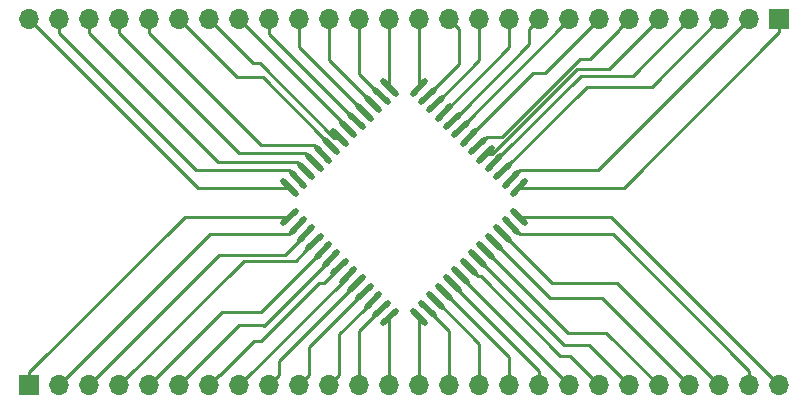
<source format=gbr>
G04 #@! TF.GenerationSoftware,KiCad,Pcbnew,(5.0.1)-4*
G04 #@! TF.CreationDate,2018-12-09T17:15:49-08:00*
G04 #@! TF.ProjectId,ht1632c-to-dip,687431363332632D746F2D6469702E6B,rev?*
G04 #@! TF.SameCoordinates,Original*
G04 #@! TF.FileFunction,Copper,L1,Top,Signal*
G04 #@! TF.FilePolarity,Positive*
%FSLAX46Y46*%
G04 Gerber Fmt 4.6, Leading zero omitted, Abs format (unit mm)*
G04 Created by KiCad (PCBNEW (5.0.1)-4) date 12/9/2018 5:15:49 PM*
%MOMM*%
%LPD*%
G01*
G04 APERTURE LIST*
G04 #@! TA.AperFunction,ComponentPad*
%ADD10R,1.700000X1.700000*%
G04 #@! TD*
G04 #@! TA.AperFunction,ComponentPad*
%ADD11O,1.700000X1.700000*%
G04 #@! TD*
G04 #@! TA.AperFunction,SMDPad,CuDef*
%ADD12C,0.500000*%
G04 #@! TD*
G04 #@! TA.AperFunction,Conductor*
%ADD13C,0.500000*%
G04 #@! TD*
G04 #@! TA.AperFunction,Conductor*
%ADD14C,0.250000*%
G04 #@! TD*
G04 APERTURE END LIST*
D10*
G04 #@! TO.P,J1,1*
G04 #@! TO.N,/1*
X77470000Y-93980000D03*
D11*
G04 #@! TO.P,J1,2*
G04 #@! TO.N,/2*
X80010000Y-93980000D03*
G04 #@! TO.P,J1,3*
G04 #@! TO.N,/3*
X82550000Y-93980000D03*
G04 #@! TO.P,J1,4*
G04 #@! TO.N,/4*
X85090000Y-93980000D03*
G04 #@! TO.P,J1,5*
G04 #@! TO.N,/5*
X87630000Y-93980000D03*
G04 #@! TO.P,J1,6*
G04 #@! TO.N,/6*
X90170000Y-93980000D03*
G04 #@! TO.P,J1,7*
G04 #@! TO.N,/7*
X92710000Y-93980000D03*
G04 #@! TO.P,J1,8*
G04 #@! TO.N,/8*
X95250000Y-93980000D03*
G04 #@! TO.P,J1,9*
G04 #@! TO.N,/9*
X97790000Y-93980000D03*
G04 #@! TO.P,J1,10*
G04 #@! TO.N,/10*
X100330000Y-93980000D03*
G04 #@! TO.P,J1,11*
G04 #@! TO.N,/11*
X102870000Y-93980000D03*
G04 #@! TO.P,J1,12*
G04 #@! TO.N,/12*
X105410000Y-93980000D03*
G04 #@! TO.P,J1,13*
G04 #@! TO.N,/13*
X107950000Y-93980000D03*
G04 #@! TO.P,J1,14*
G04 #@! TO.N,/14*
X110490000Y-93980000D03*
G04 #@! TO.P,J1,15*
G04 #@! TO.N,/15*
X113030000Y-93980000D03*
G04 #@! TO.P,J1,16*
G04 #@! TO.N,/16*
X115570000Y-93980000D03*
G04 #@! TO.P,J1,17*
G04 #@! TO.N,/17*
X118110000Y-93980000D03*
G04 #@! TO.P,J1,18*
G04 #@! TO.N,/18*
X120650000Y-93980000D03*
G04 #@! TO.P,J1,19*
G04 #@! TO.N,/19*
X123190000Y-93980000D03*
G04 #@! TO.P,J1,20*
G04 #@! TO.N,/20*
X125730000Y-93980000D03*
G04 #@! TO.P,J1,21*
G04 #@! TO.N,/21*
X128270000Y-93980000D03*
G04 #@! TO.P,J1,22*
G04 #@! TO.N,/22*
X130810000Y-93980000D03*
G04 #@! TO.P,J1,23*
G04 #@! TO.N,/23*
X133350000Y-93980000D03*
G04 #@! TO.P,J1,24*
G04 #@! TO.N,/24*
X135890000Y-93980000D03*
G04 #@! TO.P,J1,25*
G04 #@! TO.N,/25*
X138430000Y-93980000D03*
G04 #@! TO.P,J1,26*
G04 #@! TO.N,/26*
X140970000Y-93980000D03*
G04 #@! TD*
G04 #@! TO.P,J2,26*
G04 #@! TO.N,/52*
X77470000Y-62992000D03*
G04 #@! TO.P,J2,25*
G04 #@! TO.N,/51*
X80010000Y-62992000D03*
G04 #@! TO.P,J2,24*
G04 #@! TO.N,/50*
X82550000Y-62992000D03*
G04 #@! TO.P,J2,23*
G04 #@! TO.N,/49*
X85090000Y-62992000D03*
G04 #@! TO.P,J2,22*
G04 #@! TO.N,/48*
X87630000Y-62992000D03*
G04 #@! TO.P,J2,21*
G04 #@! TO.N,/47*
X90170000Y-62992000D03*
G04 #@! TO.P,J2,20*
G04 #@! TO.N,/46*
X92710000Y-62992000D03*
G04 #@! TO.P,J2,19*
G04 #@! TO.N,/45*
X95250000Y-62992000D03*
G04 #@! TO.P,J2,18*
G04 #@! TO.N,/44*
X97790000Y-62992000D03*
G04 #@! TO.P,J2,17*
G04 #@! TO.N,/43*
X100330000Y-62992000D03*
G04 #@! TO.P,J2,16*
G04 #@! TO.N,/42*
X102870000Y-62992000D03*
G04 #@! TO.P,J2,15*
G04 #@! TO.N,/41*
X105410000Y-62992000D03*
G04 #@! TO.P,J2,14*
G04 #@! TO.N,/40*
X107950000Y-62992000D03*
G04 #@! TO.P,J2,13*
G04 #@! TO.N,/39*
X110490000Y-62992000D03*
G04 #@! TO.P,J2,12*
G04 #@! TO.N,/38*
X113030000Y-62992000D03*
G04 #@! TO.P,J2,11*
G04 #@! TO.N,/37*
X115570000Y-62992000D03*
G04 #@! TO.P,J2,10*
G04 #@! TO.N,/25*
X118110000Y-62992000D03*
G04 #@! TO.P,J2,9*
G04 #@! TO.N,/35*
X120650000Y-62992000D03*
G04 #@! TO.P,J2,8*
G04 #@! TO.N,/34*
X123190000Y-62992000D03*
G04 #@! TO.P,J2,7*
G04 #@! TO.N,/33*
X125730000Y-62992000D03*
G04 #@! TO.P,J2,6*
G04 #@! TO.N,/32*
X128270000Y-62992000D03*
G04 #@! TO.P,J2,5*
G04 #@! TO.N,/31*
X130810000Y-62992000D03*
G04 #@! TO.P,J2,4*
G04 #@! TO.N,/30*
X133350000Y-62992000D03*
G04 #@! TO.P,J2,3*
G04 #@! TO.N,/29*
X135890000Y-62992000D03*
G04 #@! TO.P,J2,2*
G04 #@! TO.N,/28*
X138430000Y-62992000D03*
D10*
G04 #@! TO.P,J2,1*
G04 #@! TO.N,/27*
X140970000Y-62992000D03*
G04 #@! TD*
D12*
G04 #@! TO.P,U1,1*
G04 #@! TO.N,/1*
X99497282Y-79723437D03*
D13*
G04 #@! TD*
G04 #@! TO.N,/1*
G04 #@! TO.C,U1*
X98966952Y-80253767D02*
X100027612Y-79193107D01*
D12*
G04 #@! TO.P,U1,2*
G04 #@! TO.N,/2*
X100204389Y-80430544D03*
D13*
G04 #@! TD*
G04 #@! TO.N,/2*
G04 #@! TO.C,U1*
X99674059Y-80960874D02*
X100734719Y-79900214D01*
D12*
G04 #@! TO.P,U1,3*
G04 #@! TO.N,/3*
X100911495Y-81137650D03*
D13*
G04 #@! TD*
G04 #@! TO.N,/3*
G04 #@! TO.C,U1*
X100381165Y-81667980D02*
X101441825Y-80607320D01*
D12*
G04 #@! TO.P,U1,4*
G04 #@! TO.N,/4*
X101618602Y-81844757D03*
D13*
G04 #@! TD*
G04 #@! TO.N,/4*
G04 #@! TO.C,U1*
X101088272Y-82375087D02*
X102148932Y-81314427D01*
D12*
G04 #@! TO.P,U1,5*
G04 #@! TO.N,/5*
X102325709Y-82551864D03*
D13*
G04 #@! TD*
G04 #@! TO.N,/5*
G04 #@! TO.C,U1*
X101795379Y-83082194D02*
X102856039Y-82021534D01*
D12*
G04 #@! TO.P,U1,6*
G04 #@! TO.N,/6*
X103032816Y-83258971D03*
D13*
G04 #@! TD*
G04 #@! TO.N,/6*
G04 #@! TO.C,U1*
X102502486Y-83789301D02*
X103563146Y-82728641D01*
D12*
G04 #@! TO.P,U1,7*
G04 #@! TO.N,/7*
X103739922Y-83966078D03*
D13*
G04 #@! TD*
G04 #@! TO.N,/7*
G04 #@! TO.C,U1*
X103209592Y-84496408D02*
X104270252Y-83435748D01*
D12*
G04 #@! TO.P,U1,8*
G04 #@! TO.N,/8*
X104447029Y-84673184D03*
D13*
G04 #@! TD*
G04 #@! TO.N,/8*
G04 #@! TO.C,U1*
X103916699Y-85203514D02*
X104977359Y-84142854D01*
D12*
G04 #@! TO.P,U1,9*
G04 #@! TO.N,/9*
X105154136Y-85380291D03*
D13*
G04 #@! TD*
G04 #@! TO.N,/9*
G04 #@! TO.C,U1*
X104623806Y-85910621D02*
X105684466Y-84849961D01*
D12*
G04 #@! TO.P,U1,10*
G04 #@! TO.N,/10*
X105861243Y-86087398D03*
D13*
G04 #@! TD*
G04 #@! TO.N,/10*
G04 #@! TO.C,U1*
X105330913Y-86617728D02*
X106391573Y-85557068D01*
D12*
G04 #@! TO.P,U1,11*
G04 #@! TO.N,/11*
X106568350Y-86794505D03*
D13*
G04 #@! TD*
G04 #@! TO.N,/11*
G04 #@! TO.C,U1*
X106038020Y-87324835D02*
X107098680Y-86264175D01*
D12*
G04 #@! TO.P,U1,12*
G04 #@! TO.N,/12*
X107275456Y-87501611D03*
D13*
G04 #@! TD*
G04 #@! TO.N,/12*
G04 #@! TO.C,U1*
X106745126Y-88031941D02*
X107805786Y-86971281D01*
D12*
G04 #@! TO.P,U1,13*
G04 #@! TO.N,/13*
X107982563Y-88208718D03*
D13*
G04 #@! TD*
G04 #@! TO.N,/13*
G04 #@! TO.C,U1*
X107452233Y-88739048D02*
X108512893Y-87678388D01*
D12*
G04 #@! TO.P,U1,14*
G04 #@! TO.N,/14*
X110457437Y-88208718D03*
D13*
G04 #@! TD*
G04 #@! TO.N,/14*
G04 #@! TO.C,U1*
X109927107Y-87678388D02*
X110987767Y-88739048D01*
D12*
G04 #@! TO.P,U1,15*
G04 #@! TO.N,/15*
X111164544Y-87501611D03*
D13*
G04 #@! TD*
G04 #@! TO.N,/15*
G04 #@! TO.C,U1*
X110634214Y-86971281D02*
X111694874Y-88031941D01*
D12*
G04 #@! TO.P,U1,16*
G04 #@! TO.N,/16*
X111871650Y-86794505D03*
D13*
G04 #@! TD*
G04 #@! TO.N,/16*
G04 #@! TO.C,U1*
X111341320Y-86264175D02*
X112401980Y-87324835D01*
D12*
G04 #@! TO.P,U1,17*
G04 #@! TO.N,/17*
X112578757Y-86087398D03*
D13*
G04 #@! TD*
G04 #@! TO.N,/17*
G04 #@! TO.C,U1*
X112048427Y-85557068D02*
X113109087Y-86617728D01*
D12*
G04 #@! TO.P,U1,18*
G04 #@! TO.N,/18*
X113285864Y-85380291D03*
D13*
G04 #@! TD*
G04 #@! TO.N,/18*
G04 #@! TO.C,U1*
X112755534Y-84849961D02*
X113816194Y-85910621D01*
D12*
G04 #@! TO.P,U1,19*
G04 #@! TO.N,/19*
X113992971Y-84673184D03*
D13*
G04 #@! TD*
G04 #@! TO.N,/19*
G04 #@! TO.C,U1*
X113462641Y-84142854D02*
X114523301Y-85203514D01*
D12*
G04 #@! TO.P,U1,20*
G04 #@! TO.N,/20*
X114700078Y-83966078D03*
D13*
G04 #@! TD*
G04 #@! TO.N,/20*
G04 #@! TO.C,U1*
X114169748Y-83435748D02*
X115230408Y-84496408D01*
D12*
G04 #@! TO.P,U1,21*
G04 #@! TO.N,/21*
X115407184Y-83258971D03*
D13*
G04 #@! TD*
G04 #@! TO.N,/21*
G04 #@! TO.C,U1*
X114876854Y-82728641D02*
X115937514Y-83789301D01*
D12*
G04 #@! TO.P,U1,22*
G04 #@! TO.N,/22*
X116114291Y-82551864D03*
D13*
G04 #@! TD*
G04 #@! TO.N,/22*
G04 #@! TO.C,U1*
X115583961Y-82021534D02*
X116644621Y-83082194D01*
D12*
G04 #@! TO.P,U1,23*
G04 #@! TO.N,/23*
X116821398Y-81844757D03*
D13*
G04 #@! TD*
G04 #@! TO.N,/23*
G04 #@! TO.C,U1*
X116291068Y-81314427D02*
X117351728Y-82375087D01*
D12*
G04 #@! TO.P,U1,24*
G04 #@! TO.N,/24*
X117528505Y-81137650D03*
D13*
G04 #@! TD*
G04 #@! TO.N,/24*
G04 #@! TO.C,U1*
X116998175Y-80607320D02*
X118058835Y-81667980D01*
D12*
G04 #@! TO.P,U1,25*
G04 #@! TO.N,/25*
X118235611Y-80430544D03*
D13*
G04 #@! TD*
G04 #@! TO.N,/25*
G04 #@! TO.C,U1*
X117705281Y-79900214D02*
X118765941Y-80960874D01*
D12*
G04 #@! TO.P,U1,26*
G04 #@! TO.N,/26*
X118942718Y-79723437D03*
D13*
G04 #@! TD*
G04 #@! TO.N,/26*
G04 #@! TO.C,U1*
X118412388Y-79193107D02*
X119473048Y-80253767D01*
D12*
G04 #@! TO.P,U1,27*
G04 #@! TO.N,/27*
X118942718Y-77248563D03*
D13*
G04 #@! TD*
G04 #@! TO.N,/27*
G04 #@! TO.C,U1*
X118412388Y-77778893D02*
X119473048Y-76718233D01*
D12*
G04 #@! TO.P,U1,28*
G04 #@! TO.N,/28*
X118235611Y-76541456D03*
D13*
G04 #@! TD*
G04 #@! TO.N,/28*
G04 #@! TO.C,U1*
X117705281Y-77071786D02*
X118765941Y-76011126D01*
D12*
G04 #@! TO.P,U1,29*
G04 #@! TO.N,/29*
X117528505Y-75834350D03*
D13*
G04 #@! TD*
G04 #@! TO.N,/29*
G04 #@! TO.C,U1*
X116998175Y-76364680D02*
X118058835Y-75304020D01*
D12*
G04 #@! TO.P,U1,30*
G04 #@! TO.N,/30*
X116821398Y-75127243D03*
D13*
G04 #@! TD*
G04 #@! TO.N,/30*
G04 #@! TO.C,U1*
X116291068Y-75657573D02*
X117351728Y-74596913D01*
D12*
G04 #@! TO.P,U1,31*
G04 #@! TO.N,/31*
X116114291Y-74420136D03*
D13*
G04 #@! TD*
G04 #@! TO.N,/31*
G04 #@! TO.C,U1*
X115583961Y-74950466D02*
X116644621Y-73889806D01*
D12*
G04 #@! TO.P,U1,32*
G04 #@! TO.N,/32*
X115407184Y-73713029D03*
D13*
G04 #@! TD*
G04 #@! TO.N,/32*
G04 #@! TO.C,U1*
X114876854Y-74243359D02*
X115937514Y-73182699D01*
D12*
G04 #@! TO.P,U1,33*
G04 #@! TO.N,/33*
X114700078Y-73005922D03*
D13*
G04 #@! TD*
G04 #@! TO.N,/33*
G04 #@! TO.C,U1*
X114169748Y-73536252D02*
X115230408Y-72475592D01*
D12*
G04 #@! TO.P,U1,34*
G04 #@! TO.N,/34*
X113992971Y-72298816D03*
D13*
G04 #@! TD*
G04 #@! TO.N,/34*
G04 #@! TO.C,U1*
X113462641Y-72829146D02*
X114523301Y-71768486D01*
D12*
G04 #@! TO.P,U1,35*
G04 #@! TO.N,/35*
X113285864Y-71591709D03*
D13*
G04 #@! TD*
G04 #@! TO.N,/35*
G04 #@! TO.C,U1*
X112755534Y-72122039D02*
X113816194Y-71061379D01*
D12*
G04 #@! TO.P,U1,36*
G04 #@! TO.N,/25*
X112578757Y-70884602D03*
D13*
G04 #@! TD*
G04 #@! TO.N,/25*
G04 #@! TO.C,U1*
X112048427Y-71414932D02*
X113109087Y-70354272D01*
D12*
G04 #@! TO.P,U1,37*
G04 #@! TO.N,/37*
X111871650Y-70177495D03*
D13*
G04 #@! TD*
G04 #@! TO.N,/37*
G04 #@! TO.C,U1*
X111341320Y-70707825D02*
X112401980Y-69647165D01*
D12*
G04 #@! TO.P,U1,38*
G04 #@! TO.N,/38*
X111164544Y-69470389D03*
D13*
G04 #@! TD*
G04 #@! TO.N,/38*
G04 #@! TO.C,U1*
X110634214Y-70000719D02*
X111694874Y-68940059D01*
D12*
G04 #@! TO.P,U1,39*
G04 #@! TO.N,/39*
X110457437Y-68763282D03*
D13*
G04 #@! TD*
G04 #@! TO.N,/39*
G04 #@! TO.C,U1*
X109927107Y-69293612D02*
X110987767Y-68232952D01*
D12*
G04 #@! TO.P,U1,40*
G04 #@! TO.N,/40*
X107982563Y-68763282D03*
D13*
G04 #@! TD*
G04 #@! TO.N,/40*
G04 #@! TO.C,U1*
X107452233Y-68232952D02*
X108512893Y-69293612D01*
D12*
G04 #@! TO.P,U1,41*
G04 #@! TO.N,/41*
X107275456Y-69470389D03*
D13*
G04 #@! TD*
G04 #@! TO.N,/41*
G04 #@! TO.C,U1*
X106745126Y-68940059D02*
X107805786Y-70000719D01*
D12*
G04 #@! TO.P,U1,42*
G04 #@! TO.N,/42*
X106568350Y-70177495D03*
D13*
G04 #@! TD*
G04 #@! TO.N,/42*
G04 #@! TO.C,U1*
X106038020Y-69647165D02*
X107098680Y-70707825D01*
D12*
G04 #@! TO.P,U1,43*
G04 #@! TO.N,/43*
X105861243Y-70884602D03*
D13*
G04 #@! TD*
G04 #@! TO.N,/43*
G04 #@! TO.C,U1*
X105330913Y-70354272D02*
X106391573Y-71414932D01*
D12*
G04 #@! TO.P,U1,44*
G04 #@! TO.N,/44*
X105154136Y-71591709D03*
D13*
G04 #@! TD*
G04 #@! TO.N,/44*
G04 #@! TO.C,U1*
X104623806Y-71061379D02*
X105684466Y-72122039D01*
D12*
G04 #@! TO.P,U1,45*
G04 #@! TO.N,/45*
X104447029Y-72298816D03*
D13*
G04 #@! TD*
G04 #@! TO.N,/45*
G04 #@! TO.C,U1*
X103916699Y-71768486D02*
X104977359Y-72829146D01*
D12*
G04 #@! TO.P,U1,46*
G04 #@! TO.N,/46*
X103739922Y-73005922D03*
D13*
G04 #@! TD*
G04 #@! TO.N,/46*
G04 #@! TO.C,U1*
X103209592Y-72475592D02*
X104270252Y-73536252D01*
D12*
G04 #@! TO.P,U1,47*
G04 #@! TO.N,/47*
X103032816Y-73713029D03*
D13*
G04 #@! TD*
G04 #@! TO.N,/47*
G04 #@! TO.C,U1*
X102502486Y-73182699D02*
X103563146Y-74243359D01*
D12*
G04 #@! TO.P,U1,48*
G04 #@! TO.N,/48*
X102325709Y-74420136D03*
D13*
G04 #@! TD*
G04 #@! TO.N,/48*
G04 #@! TO.C,U1*
X101795379Y-73889806D02*
X102856039Y-74950466D01*
D12*
G04 #@! TO.P,U1,49*
G04 #@! TO.N,/49*
X101618602Y-75127243D03*
D13*
G04 #@! TD*
G04 #@! TO.N,/49*
G04 #@! TO.C,U1*
X101088272Y-74596913D02*
X102148932Y-75657573D01*
D12*
G04 #@! TO.P,U1,50*
G04 #@! TO.N,/50*
X100911495Y-75834350D03*
D13*
G04 #@! TD*
G04 #@! TO.N,/50*
G04 #@! TO.C,U1*
X100381165Y-75304020D02*
X101441825Y-76364680D01*
D12*
G04 #@! TO.P,U1,51*
G04 #@! TO.N,/51*
X100204389Y-76541456D03*
D13*
G04 #@! TD*
G04 #@! TO.N,/51*
G04 #@! TO.C,U1*
X99674059Y-76011126D02*
X100734719Y-77071786D01*
D12*
G04 #@! TO.P,U1,52*
G04 #@! TO.N,/52*
X99497282Y-77248563D03*
D13*
G04 #@! TD*
G04 #@! TO.N,/52*
G04 #@! TO.C,U1*
X98966952Y-76718233D02*
X100027612Y-77778893D01*
D14*
G04 #@! TO.N,/1*
X77470000Y-92880000D02*
X77470000Y-93980000D01*
X90626563Y-79723437D02*
X77470000Y-92880000D01*
X99497282Y-79723437D02*
X90626563Y-79723437D01*
G04 #@! TO.N,/2*
X80859999Y-93130001D02*
X80010000Y-93980000D01*
X92781639Y-81208361D02*
X80859999Y-93130001D01*
X99426572Y-81208361D02*
X92781639Y-81208361D01*
X100204389Y-80430544D02*
X99426572Y-81208361D01*
G04 #@! TO.N,/3*
X99085556Y-82963589D02*
X100133678Y-81915467D01*
X100133678Y-81915467D02*
X100911495Y-81137650D01*
X93566411Y-82963589D02*
X99085556Y-82963589D01*
X82550000Y-93980000D02*
X93566411Y-82963589D01*
G04 #@! TO.N,/4*
X100840785Y-82622574D02*
X101618602Y-81844757D01*
X85090000Y-93980000D02*
X95656400Y-83413600D01*
X95656400Y-83413600D02*
X100049759Y-83413600D01*
X100049759Y-83413600D02*
X100840785Y-82622574D01*
G04 #@! TO.N,/5*
X93811227Y-87798773D02*
X97078800Y-87798773D01*
X87630000Y-93980000D02*
X93811227Y-87798773D01*
X102325709Y-82551864D02*
X97078800Y-87798773D01*
G04 #@! TO.N,/6*
X97290187Y-88900000D02*
X97340987Y-88950800D01*
X95250000Y-88900000D02*
X97290187Y-88900000D01*
X90170000Y-93980000D02*
X95250000Y-88900000D01*
X103032816Y-83258971D02*
X97340987Y-88950800D01*
G04 #@! TO.N,/7*
X92710000Y-93980000D02*
X93559999Y-93130001D01*
X102412800Y-85293200D02*
X103739922Y-83966078D01*
X101959246Y-85293200D02*
X102412800Y-85293200D01*
X93559999Y-93130001D02*
X93585399Y-93130001D01*
X96520000Y-90195400D02*
X97057046Y-90195400D01*
X93585399Y-93130001D02*
X96520000Y-90195400D01*
X97057046Y-90195400D02*
X101959246Y-85293200D01*
G04 #@! TO.N,/8*
X104447029Y-84782971D02*
X104447029Y-84673184D01*
X95250000Y-93980000D02*
X104447029Y-84782971D01*
G04 #@! TO.N,/9*
X104376319Y-86158108D02*
X105154136Y-85380291D01*
X98639999Y-91894428D02*
X104376319Y-86158108D01*
X98639999Y-93130001D02*
X98639999Y-91894428D01*
X97790000Y-93980000D02*
X98639999Y-93130001D01*
G04 #@! TO.N,/10*
X105083426Y-86865215D02*
X105861243Y-86087398D01*
X101179999Y-90768642D02*
X105083426Y-86865215D01*
X101179999Y-93130001D02*
X101179999Y-90768642D01*
X100330000Y-93980000D02*
X101179999Y-93130001D01*
G04 #@! TO.N,/11*
X105790533Y-87572322D02*
X106568350Y-86794505D01*
X103719999Y-89642856D02*
X105790533Y-87572322D01*
X103719999Y-93130001D02*
X103719999Y-89642856D01*
X102870000Y-93980000D02*
X103719999Y-93130001D01*
G04 #@! TO.N,/12*
X105410000Y-89367067D02*
X107275456Y-87501611D01*
X105410000Y-93980000D02*
X105410000Y-89367067D01*
G04 #@! TO.N,/13*
X107950000Y-88241281D02*
X107982563Y-88208718D01*
X107950000Y-93980000D02*
X107950000Y-88241281D01*
G04 #@! TO.N,/14*
X110490000Y-88241281D02*
X110457437Y-88208718D01*
X110490000Y-93980000D02*
X110490000Y-88241281D01*
G04 #@! TO.N,/15*
X113030000Y-89367067D02*
X111164544Y-87501611D01*
X113030000Y-93980000D02*
X113030000Y-89367067D01*
G04 #@! TO.N,/16*
X115570000Y-90492855D02*
X111871650Y-86794505D01*
X115570000Y-93980000D02*
X115570000Y-90492855D01*
G04 #@! TO.N,/17*
X118110000Y-91618641D02*
X112578757Y-86087398D01*
X118110000Y-93980000D02*
X118110000Y-91618641D01*
G04 #@! TO.N,/18*
X120650000Y-92744427D02*
X113285864Y-85380291D01*
X120650000Y-93980000D02*
X120650000Y-92744427D01*
G04 #@! TO.N,/19*
X113992971Y-84782971D02*
X113992971Y-84673184D01*
X123190000Y-93980000D02*
X113992971Y-84782971D01*
G04 #@! TO.N,/20*
X115477895Y-84743895D02*
X114700078Y-83966078D01*
X115692897Y-84743895D02*
X115477895Y-84743895D01*
X122414402Y-91465400D02*
X115692897Y-84743895D01*
X123215400Y-91465400D02*
X122414402Y-91465400D01*
X125730000Y-93980000D02*
X123215400Y-91465400D01*
G04 #@! TO.N,/21*
X116185001Y-84036788D02*
X115407184Y-83258971D01*
X124866400Y-90576400D02*
X122724613Y-90576400D01*
X128270000Y-93980000D02*
X124866400Y-90576400D01*
X122724613Y-90576400D02*
X116185001Y-84036788D01*
G04 #@! TO.N,/22*
X116892108Y-83329681D02*
X116114291Y-82551864D01*
X123072027Y-89509600D02*
X116892108Y-83329681D01*
X126339600Y-89509600D02*
X123072027Y-89509600D01*
X130810000Y-93980000D02*
X126339600Y-89509600D01*
G04 #@! TO.N,/23*
X117599215Y-82622574D02*
X116821398Y-81844757D01*
X121539841Y-86563200D02*
X117599215Y-82622574D01*
X125933200Y-86563200D02*
X121539841Y-86563200D01*
X133350000Y-93980000D02*
X125933200Y-86563200D01*
G04 #@! TO.N,/24*
X118306322Y-81915467D02*
X117528505Y-81137650D01*
X121684055Y-85293200D02*
X118306322Y-81915467D01*
X127203200Y-85293200D02*
X121684055Y-85293200D01*
X135890000Y-93980000D02*
X127203200Y-85293200D01*
G04 #@! TO.N,/25*
X119013428Y-81208361D02*
X118235611Y-80430544D01*
X126860442Y-81208361D02*
X119013428Y-81208361D01*
X138430000Y-92777919D02*
X126860442Y-81208361D01*
X138430000Y-93980000D02*
X138430000Y-92777919D01*
G04 #@! TO.N,/26*
X126713437Y-79723437D02*
X118942718Y-79723437D01*
X140970000Y-93980000D02*
X126713437Y-79723437D01*
G04 #@! TO.N,/52*
X91726563Y-77248563D02*
X99497282Y-77248563D01*
X77470000Y-62992000D02*
X91726563Y-77248563D01*
G04 #@! TO.N,/51*
X99426572Y-75763639D02*
X100204389Y-76541456D01*
X91579558Y-75763639D02*
X99426572Y-75763639D01*
X80010000Y-64194081D02*
X91579558Y-75763639D01*
X80010000Y-62992000D02*
X80010000Y-64194081D01*
G04 #@! TO.N,/50*
X100133678Y-75056533D02*
X100911495Y-75834350D01*
X93412452Y-75056533D02*
X100133678Y-75056533D01*
X82550000Y-64194081D02*
X93412452Y-75056533D01*
X82550000Y-62992000D02*
X82550000Y-64194081D01*
G04 #@! TO.N,/49*
X100840785Y-74349426D02*
X101618602Y-75127243D01*
X95245345Y-74349426D02*
X100840785Y-74349426D01*
X85090000Y-64194081D02*
X95245345Y-74349426D01*
X85090000Y-62992000D02*
X85090000Y-64194081D01*
G04 #@! TO.N,/48*
X101547892Y-73642319D02*
X102325709Y-74420136D01*
X97078238Y-73642319D02*
X101547892Y-73642319D01*
X87630000Y-64194081D02*
X97078238Y-73642319D01*
X87630000Y-62992000D02*
X87630000Y-64194081D01*
G04 #@! TO.N,/47*
X102254999Y-72935212D02*
X103032816Y-73713029D01*
X95089413Y-67911413D02*
X97231200Y-67911413D01*
X90170000Y-62992000D02*
X95089413Y-67911413D01*
X97231200Y-67911413D02*
X102254999Y-72935212D01*
G04 #@! TO.N,/46*
X103286368Y-73005922D02*
X103739922Y-73005922D01*
X97006246Y-66725800D02*
X103286368Y-73005922D01*
X96443800Y-66725800D02*
X97006246Y-66725800D01*
X92710000Y-62992000D02*
X96443800Y-66725800D01*
G04 #@! TO.N,/45*
X104447029Y-72189029D02*
X104447029Y-72298816D01*
X95250000Y-62992000D02*
X104447029Y-72189029D01*
G04 #@! TO.N,/44*
X97790000Y-64227573D02*
X105154136Y-71591709D01*
X97790000Y-62992000D02*
X97790000Y-64227573D01*
G04 #@! TO.N,/43*
X100330000Y-65353359D02*
X105861243Y-70884602D01*
X100330000Y-62992000D02*
X100330000Y-65353359D01*
G04 #@! TO.N,/42*
X102870000Y-66479145D02*
X106568350Y-70177495D01*
X102870000Y-62992000D02*
X102870000Y-66479145D01*
G04 #@! TO.N,/41*
X105410000Y-67604933D02*
X107275456Y-69470389D01*
X105410000Y-62992000D02*
X105410000Y-67604933D01*
G04 #@! TO.N,/40*
X107950000Y-68730719D02*
X107982563Y-68763282D01*
X107950000Y-62992000D02*
X107950000Y-68730719D01*
G04 #@! TO.N,/39*
X110490000Y-68730719D02*
X110457437Y-68763282D01*
X110490000Y-62992000D02*
X110490000Y-68730719D01*
G04 #@! TO.N,/38*
X111942361Y-68692572D02*
X111164544Y-69470389D01*
X113879999Y-66754934D02*
X111942361Y-68692572D01*
X113879999Y-63841999D02*
X113879999Y-66754934D01*
X113030000Y-62992000D02*
X113879999Y-63841999D01*
G04 #@! TO.N,/37*
X115570000Y-66479145D02*
X111871650Y-70177495D01*
X115570000Y-62992000D02*
X115570000Y-66479145D01*
G04 #@! TO.N,/25*
X118110000Y-65353359D02*
X112578757Y-70884602D01*
X118110000Y-62992000D02*
X118110000Y-65353359D01*
G04 #@! TO.N,/35*
X114063681Y-70813892D02*
X113285864Y-71591709D01*
X119800001Y-65077572D02*
X114063681Y-70813892D01*
X119800001Y-63841999D02*
X119800001Y-65077572D01*
X120650000Y-62992000D02*
X119800001Y-63841999D01*
G04 #@! TO.N,/34*
X113992971Y-72189029D02*
X113992971Y-72298816D01*
X123190000Y-62992000D02*
X113992971Y-72189029D01*
G04 #@! TO.N,/33*
X115477895Y-72228105D02*
X114700078Y-73005922D01*
X121158000Y-67564000D02*
X120142000Y-67564000D01*
X125730000Y-62992000D02*
X121158000Y-67564000D01*
X120142000Y-67564000D02*
X115477895Y-72228105D01*
G04 #@! TO.N,/32*
X116185001Y-72935212D02*
X115407184Y-73713029D01*
X117525790Y-72935212D02*
X116185001Y-72935212D01*
X128270000Y-62992000D02*
X127420001Y-63841999D01*
X127420001Y-63841999D02*
X127420001Y-63867399D01*
X124956198Y-66331202D02*
X124129800Y-66331202D01*
X127420001Y-63867399D02*
X124956198Y-66331202D01*
X124129800Y-66331202D02*
X117525790Y-72935212D01*
G04 #@! TO.N,/31*
X116567845Y-74420136D02*
X116114291Y-74420136D01*
X116677276Y-74420136D02*
X116567845Y-74420136D01*
X126568200Y-67233800D02*
X123863612Y-67233800D01*
X130810000Y-62992000D02*
X126568200Y-67233800D01*
X123863612Y-67233800D02*
X116677276Y-74420136D01*
G04 #@! TO.N,/30*
X117599215Y-74349426D02*
X116821398Y-75127243D01*
X128548559Y-67793441D02*
X124155200Y-67793441D01*
X133350000Y-62992000D02*
X128548559Y-67793441D01*
X124155200Y-67793441D02*
X117599215Y-74349426D01*
G04 #@! TO.N,/29*
X130200400Y-68681600D02*
X135890000Y-62992000D01*
X124681255Y-68681600D02*
X117528505Y-75834350D01*
X130200400Y-68681600D02*
X124681255Y-68681600D01*
G04 #@! TO.N,/28*
X125658361Y-75763639D02*
X137580001Y-63841999D01*
X137580001Y-63841999D02*
X138430000Y-62992000D01*
X119013428Y-75763639D02*
X125658361Y-75763639D01*
X118235611Y-76541456D02*
X119013428Y-75763639D01*
G04 #@! TO.N,/27*
X119396272Y-77248563D02*
X118942718Y-77248563D01*
X127813437Y-77248563D02*
X119396272Y-77248563D01*
X140970000Y-64092000D02*
X127813437Y-77248563D01*
X140970000Y-62992000D02*
X140970000Y-64092000D01*
G04 #@! TD*
M02*

</source>
